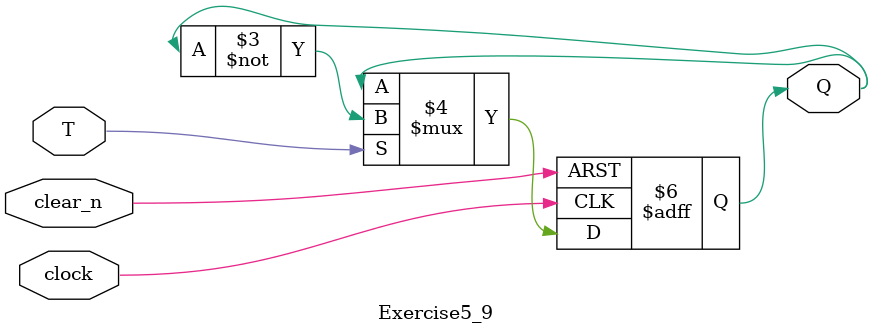
<source format=v>
module Exercise5_9(input clock, input T, input clear_n, output reg Q);
	always@(negedge clock, negedge clear_n) begin
		if (!clear_n) begin
			Q <= 0;
		end
		else if (T) begin
			Q <= ~Q;
		end
	end
endmodule 
</source>
